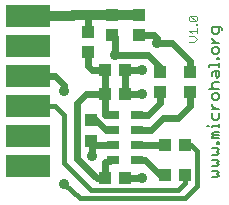
<source format=gtl>
G75*
%MOIN*%
%OFA0B0*%
%FSLAX25Y25*%
%IPPOS*%
%LPD*%
%AMOC8*
5,1,8,0,0,1.08239X$1,22.5*
%
%ADD10C,0.00700*%
%ADD11C,0.00400*%
%ADD12R,0.04134X0.04252*%
%ADD13R,0.04252X0.04134*%
%ADD14R,0.15000X0.07600*%
%ADD15R,0.04331X0.03937*%
%ADD16R,0.03937X0.04331*%
%ADD17R,0.04000X0.02500*%
%ADD18C,0.03600*%
%ADD19C,0.02400*%
%ADD20C,0.01600*%
%ADD21C,0.03200*%
D10*
X0080297Y0030275D02*
X0080847Y0030275D01*
X0081948Y0030275D02*
X0081948Y0029724D01*
X0081948Y0030275D02*
X0084150Y0030275D01*
X0084150Y0030825D02*
X0084150Y0029724D01*
X0084150Y0028243D02*
X0082499Y0028243D01*
X0081948Y0027692D01*
X0082499Y0027142D01*
X0084150Y0027142D01*
X0084150Y0026041D02*
X0081948Y0026041D01*
X0081948Y0026591D01*
X0082499Y0027142D01*
X0083600Y0024750D02*
X0084150Y0024750D01*
X0084150Y0024199D01*
X0083600Y0024199D01*
X0083600Y0024750D01*
X0083600Y0022718D02*
X0081948Y0022718D01*
X0083600Y0022718D02*
X0084150Y0022168D01*
X0083600Y0021617D01*
X0084150Y0021067D01*
X0083600Y0020516D01*
X0081948Y0020516D01*
X0081948Y0019035D02*
X0083600Y0019035D01*
X0084150Y0018485D01*
X0083600Y0017934D01*
X0084150Y0017384D01*
X0083600Y0016833D01*
X0081948Y0016833D01*
X0081948Y0015352D02*
X0083600Y0015352D01*
X0084150Y0014801D01*
X0083600Y0014251D01*
X0084150Y0013700D01*
X0083600Y0013150D01*
X0081948Y0013150D01*
X0082499Y0032180D02*
X0083600Y0032180D01*
X0084150Y0032730D01*
X0084150Y0034381D01*
X0084150Y0035863D02*
X0081948Y0035863D01*
X0083049Y0035863D02*
X0081948Y0036964D01*
X0081948Y0037514D01*
X0082499Y0038932D02*
X0083600Y0038932D01*
X0084150Y0039482D01*
X0084150Y0040583D01*
X0083600Y0041134D01*
X0082499Y0041134D01*
X0081948Y0040583D01*
X0081948Y0039482D01*
X0082499Y0038932D01*
X0082499Y0042615D02*
X0081948Y0043166D01*
X0081948Y0044267D01*
X0082499Y0044817D01*
X0084150Y0044817D01*
X0083600Y0046298D02*
X0083049Y0046849D01*
X0083049Y0048500D01*
X0082499Y0048500D02*
X0084150Y0048500D01*
X0084150Y0046849D01*
X0083600Y0046298D01*
X0081948Y0046849D02*
X0081948Y0047950D01*
X0082499Y0048500D01*
X0084150Y0049981D02*
X0084150Y0051082D01*
X0084150Y0050532D02*
X0080847Y0050532D01*
X0080847Y0049981D01*
X0083600Y0052437D02*
X0083600Y0052987D01*
X0084150Y0052987D01*
X0084150Y0052437D01*
X0083600Y0052437D01*
X0083600Y0054278D02*
X0082499Y0054278D01*
X0081948Y0054829D01*
X0081948Y0055930D01*
X0082499Y0056480D01*
X0083600Y0056480D01*
X0084150Y0055930D01*
X0084150Y0054829D01*
X0083600Y0054278D01*
X0084150Y0057962D02*
X0081948Y0057962D01*
X0083049Y0057962D02*
X0081948Y0059063D01*
X0081948Y0059613D01*
X0082499Y0061031D02*
X0083600Y0061031D01*
X0084150Y0061581D01*
X0084150Y0063233D01*
X0084700Y0063233D02*
X0081948Y0063233D01*
X0081948Y0061581D01*
X0082499Y0061031D01*
X0085251Y0062132D02*
X0085251Y0062682D01*
X0084700Y0063233D01*
X0084150Y0042615D02*
X0080847Y0042615D01*
X0081948Y0034381D02*
X0081948Y0032730D01*
X0082499Y0032180D01*
D11*
X0075933Y0058332D02*
X0074198Y0058332D01*
X0074198Y0060067D02*
X0075933Y0060067D01*
X0076800Y0059199D01*
X0075933Y0058332D01*
X0076800Y0061094D02*
X0076800Y0062829D01*
X0076800Y0061961D02*
X0074198Y0061961D01*
X0075065Y0061094D01*
X0076366Y0063856D02*
X0076366Y0064290D01*
X0076800Y0064290D01*
X0076800Y0063856D01*
X0076366Y0063856D01*
X0076366Y0065238D02*
X0074631Y0065238D01*
X0074198Y0065671D01*
X0074198Y0066539D01*
X0074631Y0066972D01*
X0076366Y0065238D01*
X0076800Y0065671D01*
X0076800Y0066539D01*
X0076366Y0066972D01*
X0074631Y0066972D01*
D12*
X0052945Y0048800D03*
X0046055Y0048800D03*
X0046055Y0040800D03*
X0052945Y0040800D03*
X0052945Y0012800D03*
X0046055Y0012800D03*
D13*
X0041500Y0025355D03*
X0041500Y0032245D03*
D14*
X0020500Y0016800D03*
X0020500Y0026800D03*
X0020500Y0036800D03*
X0020500Y0046800D03*
X0020500Y0056800D03*
X0020500Y0066800D03*
D15*
X0040500Y0061646D03*
X0040500Y0054954D03*
X0048500Y0060454D03*
X0048500Y0067146D03*
X0057500Y0067146D03*
X0057500Y0060454D03*
X0064500Y0048146D03*
X0064500Y0041454D03*
X0074500Y0041454D03*
X0074500Y0048146D03*
D16*
X0072846Y0023800D03*
X0066154Y0023800D03*
X0066154Y0013800D03*
X0072846Y0013800D03*
D17*
X0057000Y0018800D03*
X0057000Y0023800D03*
X0057000Y0028800D03*
X0057000Y0033800D03*
X0049000Y0033800D03*
X0049000Y0028800D03*
X0049000Y0023800D03*
X0049000Y0018800D03*
D18*
X0042000Y0020300D03*
X0032500Y0010800D03*
X0058500Y0012800D03*
X0058500Y0040800D03*
X0058500Y0048800D03*
X0049500Y0053800D03*
X0063500Y0057800D03*
X0032500Y0041800D03*
D19*
X0032500Y0043800D01*
X0029500Y0046800D01*
X0020500Y0046800D01*
X0037000Y0037800D02*
X0040000Y0040800D01*
X0046055Y0040800D01*
X0046055Y0048800D01*
X0042000Y0048800D01*
X0040500Y0050300D01*
X0040500Y0054954D01*
X0040500Y0061646D02*
X0040500Y0067146D01*
X0048500Y0060454D02*
X0048560Y0060452D01*
X0048621Y0060447D01*
X0048680Y0060438D01*
X0048739Y0060425D01*
X0048798Y0060409D01*
X0048855Y0060389D01*
X0048910Y0060366D01*
X0048965Y0060339D01*
X0049017Y0060310D01*
X0049068Y0060277D01*
X0049117Y0060241D01*
X0049163Y0060203D01*
X0049207Y0060161D01*
X0049249Y0060117D01*
X0049287Y0060071D01*
X0049323Y0060022D01*
X0049356Y0059971D01*
X0049385Y0059919D01*
X0049412Y0059864D01*
X0049435Y0059809D01*
X0049455Y0059752D01*
X0049471Y0059693D01*
X0049484Y0059634D01*
X0049493Y0059575D01*
X0049498Y0059514D01*
X0049500Y0059454D01*
X0049500Y0053800D01*
X0060500Y0053800D01*
X0064500Y0049800D01*
X0064500Y0048146D01*
X0058500Y0048800D02*
X0052945Y0048800D01*
X0052945Y0040800D01*
X0058500Y0040800D01*
X0064500Y0041454D02*
X0064500Y0037800D01*
X0060500Y0033800D01*
X0057000Y0033800D01*
X0057000Y0028800D02*
X0061500Y0028800D01*
X0065500Y0032800D01*
X0070500Y0032800D01*
X0074500Y0036800D01*
X0074500Y0041454D01*
X0074500Y0048146D02*
X0074500Y0051800D01*
X0068500Y0057800D01*
X0063500Y0057800D01*
X0063500Y0059454D01*
X0062500Y0060454D01*
X0057500Y0060454D01*
X0046055Y0040800D02*
X0046055Y0033800D01*
X0049000Y0033800D01*
X0049000Y0028800D02*
X0046500Y0028800D01*
X0043055Y0032245D01*
X0041500Y0032245D01*
X0037000Y0037800D02*
X0037000Y0019300D01*
X0043500Y0012800D01*
X0046055Y0012800D01*
X0046055Y0018355D01*
X0049000Y0018800D01*
X0049000Y0023800D02*
X0042000Y0023800D01*
X0042000Y0020300D01*
X0042000Y0023800D02*
X0042000Y0025355D01*
X0041500Y0025355D01*
X0057000Y0023800D02*
X0066154Y0023800D01*
X0059500Y0018800D02*
X0064500Y0013800D01*
X0066154Y0013800D01*
X0059500Y0018800D02*
X0057000Y0018800D01*
X0058500Y0012800D02*
X0052945Y0012800D01*
D20*
X0041500Y0008800D02*
X0032500Y0017800D01*
X0032500Y0033800D01*
X0029500Y0036800D01*
X0020500Y0036800D01*
X0041055Y0033245D02*
X0041500Y0032245D01*
X0032500Y0010800D02*
X0038000Y0006300D01*
X0073000Y0006300D01*
X0077000Y0010300D01*
X0077000Y0021800D01*
X0075000Y0023800D01*
X0072846Y0023800D01*
X0072846Y0013800D02*
X0072846Y0011146D01*
X0070500Y0008800D01*
X0041500Y0008800D01*
D21*
X0035500Y0066800D02*
X0035502Y0066836D01*
X0035508Y0066872D01*
X0035517Y0066907D01*
X0035530Y0066941D01*
X0035546Y0066973D01*
X0035566Y0067003D01*
X0035589Y0067032D01*
X0035614Y0067057D01*
X0035643Y0067080D01*
X0035673Y0067100D01*
X0035705Y0067116D01*
X0035739Y0067129D01*
X0035774Y0067138D01*
X0035810Y0067144D01*
X0035846Y0067146D01*
X0040500Y0067146D01*
X0048500Y0067146D01*
X0057500Y0067146D01*
X0035500Y0066800D02*
X0020500Y0066800D01*
M02*

</source>
